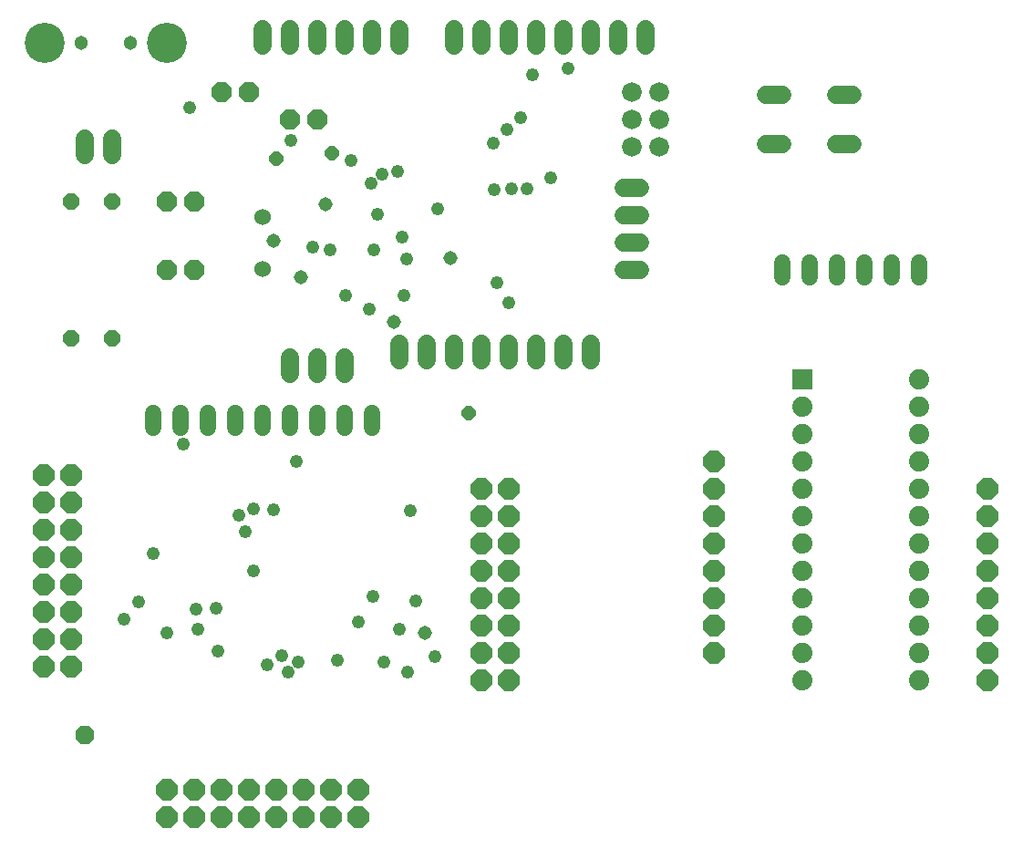
<source format=gbs>
G75*
%MOIN*%
%OFA0B0*%
%FSLAX25Y25*%
%IPPOS*%
%LPD*%
%AMOC8*
5,1,8,0,0,1.08239X$1,22.5*
%
%ADD10OC8,0.07800*%
%ADD11OC8,0.07100*%
%ADD12C,0.06000*%
%ADD13C,0.06800*%
%ADD14OC8,0.06800*%
%ADD15C,0.07200*%
%ADD16C,0.06000*%
%ADD17OC8,0.06000*%
%ADD18R,0.07400X0.07400*%
%ADD19C,0.07400*%
%ADD20C,0.14643*%
%ADD21C,0.05131*%
%ADD22C,0.04800*%
%ADD23C,0.05156*%
%ADD24OC8,0.05156*%
D10*
X0071800Y0016800D03*
X0081800Y0016800D03*
X0081800Y0026800D03*
X0071800Y0026800D03*
X0091800Y0026800D03*
X0101800Y0026800D03*
X0101800Y0016800D03*
X0091800Y0016800D03*
X0111800Y0016800D03*
X0121800Y0016800D03*
X0121800Y0026800D03*
X0111800Y0026800D03*
X0131800Y0026800D03*
X0141800Y0026800D03*
X0141800Y0016800D03*
X0131800Y0016800D03*
X0186800Y0066800D03*
X0186800Y0076800D03*
X0186800Y0086800D03*
X0186800Y0096800D03*
X0186800Y0106800D03*
X0186800Y0116800D03*
X0186800Y0126800D03*
X0186800Y0136800D03*
X0196800Y0136800D03*
X0196800Y0126800D03*
X0196800Y0116800D03*
X0196800Y0106800D03*
X0196800Y0096800D03*
X0196800Y0086800D03*
X0196800Y0076800D03*
X0196800Y0066800D03*
X0271800Y0076800D03*
X0271800Y0086800D03*
X0271800Y0096800D03*
X0271800Y0106800D03*
X0271800Y0116800D03*
X0271800Y0126800D03*
X0271800Y0136800D03*
X0271800Y0146800D03*
X0371800Y0136800D03*
X0371800Y0126800D03*
X0371800Y0116800D03*
X0371800Y0106800D03*
X0371800Y0096800D03*
X0371800Y0086800D03*
X0371800Y0076800D03*
X0371800Y0066800D03*
X0036800Y0071800D03*
X0036800Y0081800D03*
X0036800Y0091800D03*
X0036800Y0101800D03*
X0036800Y0111800D03*
X0036800Y0121800D03*
X0036800Y0131800D03*
X0036800Y0141800D03*
X0026800Y0141800D03*
X0026800Y0131800D03*
X0026800Y0121800D03*
X0026800Y0111800D03*
X0026800Y0101800D03*
X0026800Y0091800D03*
X0026800Y0081800D03*
X0026800Y0071800D03*
D11*
X0071800Y0216800D03*
X0081800Y0216800D03*
X0081800Y0241800D03*
X0071800Y0241800D03*
X0091800Y0281800D03*
X0101800Y0281800D03*
X0116800Y0271800D03*
X0126800Y0271800D03*
D12*
X0126800Y0164400D02*
X0126800Y0159200D01*
X0116800Y0159200D02*
X0116800Y0164400D01*
X0106800Y0164400D02*
X0106800Y0159200D01*
X0096800Y0159200D02*
X0096800Y0164400D01*
X0086800Y0164400D02*
X0086800Y0159200D01*
X0076800Y0159200D02*
X0076800Y0164400D01*
X0066800Y0164400D02*
X0066800Y0159200D01*
X0136800Y0159200D02*
X0136800Y0164400D01*
X0146800Y0164400D02*
X0146800Y0159200D01*
X0296800Y0214200D02*
X0296800Y0219400D01*
X0306800Y0219400D02*
X0306800Y0214200D01*
X0316800Y0214200D02*
X0316800Y0219400D01*
X0326800Y0219400D02*
X0326800Y0214200D01*
X0336800Y0214200D02*
X0336800Y0219400D01*
X0346800Y0219400D02*
X0346800Y0214200D01*
D13*
X0322600Y0262900D02*
X0316600Y0262900D01*
X0316600Y0280700D02*
X0322600Y0280700D01*
X0297000Y0280700D02*
X0291000Y0280700D01*
X0291000Y0262900D02*
X0297000Y0262900D01*
X0244800Y0246800D02*
X0238800Y0246800D01*
X0238800Y0236800D02*
X0244800Y0236800D01*
X0244800Y0226800D02*
X0238800Y0226800D01*
X0238800Y0216800D02*
X0244800Y0216800D01*
X0226800Y0189800D02*
X0226800Y0183800D01*
X0216800Y0183800D02*
X0216800Y0189800D01*
X0206800Y0189800D02*
X0206800Y0183800D01*
X0196800Y0183800D02*
X0196800Y0189800D01*
X0186800Y0189800D02*
X0186800Y0183800D01*
X0176800Y0183800D02*
X0176800Y0189800D01*
X0166800Y0189800D02*
X0166800Y0183800D01*
X0156800Y0183800D02*
X0156800Y0189800D01*
X0136800Y0184800D02*
X0136800Y0178800D01*
X0126800Y0178800D02*
X0126800Y0184800D01*
X0116800Y0184800D02*
X0116800Y0178800D01*
X0051800Y0258800D02*
X0051800Y0264800D01*
X0041800Y0264800D02*
X0041800Y0258800D01*
X0106800Y0298800D02*
X0106800Y0304800D01*
X0116800Y0304800D02*
X0116800Y0298800D01*
X0126800Y0298800D02*
X0126800Y0304800D01*
X0136800Y0304800D02*
X0136800Y0298800D01*
X0146800Y0298800D02*
X0146800Y0304800D01*
X0156800Y0304800D02*
X0156800Y0298800D01*
X0176800Y0298800D02*
X0176800Y0304800D01*
X0186800Y0304800D02*
X0186800Y0298800D01*
X0196800Y0298800D02*
X0196800Y0304800D01*
X0206800Y0304800D02*
X0206800Y0298800D01*
X0216800Y0298800D02*
X0216800Y0304800D01*
X0226800Y0304800D02*
X0226800Y0298800D01*
X0236800Y0298800D02*
X0236800Y0304800D01*
X0246800Y0304800D02*
X0246800Y0298800D01*
D14*
X0041800Y0046800D03*
D15*
X0241800Y0261800D03*
X0241800Y0271800D03*
X0241800Y0281800D03*
X0251800Y0281800D03*
X0251800Y0271800D03*
X0251800Y0261800D03*
D16*
X0106800Y0236300D03*
X0106800Y0217300D03*
D17*
X0051800Y0241800D03*
X0036800Y0241800D03*
X0036800Y0191800D03*
X0051800Y0191800D03*
D18*
X0304300Y0176800D03*
D19*
X0304300Y0166800D03*
X0304300Y0156800D03*
X0304300Y0146800D03*
X0304300Y0136800D03*
X0304300Y0126800D03*
X0304300Y0116800D03*
X0304300Y0106800D03*
X0304300Y0096800D03*
X0304300Y0086800D03*
X0304300Y0076800D03*
X0304300Y0066800D03*
X0346800Y0066800D03*
X0346800Y0076800D03*
X0346800Y0086800D03*
X0346800Y0096800D03*
X0346800Y0106800D03*
X0346800Y0116800D03*
X0346800Y0126800D03*
X0346800Y0136800D03*
X0346800Y0146800D03*
X0346800Y0156800D03*
X0346800Y0166800D03*
X0346800Y0176800D03*
D20*
X0072041Y0299800D03*
X0027159Y0299800D03*
D21*
X0040742Y0299800D03*
X0058458Y0299800D03*
D22*
X0080200Y0276125D03*
X0117425Y0264300D03*
X0139100Y0257000D03*
X0146725Y0248575D03*
X0150550Y0251850D03*
X0156150Y0252875D03*
X0148925Y0237325D03*
X0158025Y0228825D03*
X0159650Y0220925D03*
X0147725Y0224275D03*
X0131625Y0224300D03*
X0125225Y0225300D03*
X0137425Y0207425D03*
X0145950Y0202475D03*
X0158675Y0207425D03*
X0170900Y0239300D03*
X0191575Y0246175D03*
X0197775Y0246375D03*
X0203575Y0246375D03*
X0212400Y0250625D03*
X0196175Y0268050D03*
X0201375Y0272450D03*
X0191175Y0263050D03*
X0205750Y0288150D03*
X0218675Y0290550D03*
X0192650Y0212150D03*
X0196800Y0204925D03*
X0119300Y0146800D03*
X0110900Y0129225D03*
X0103500Y0129425D03*
X0098300Y0127200D03*
X0100550Y0121175D03*
X0103650Y0106800D03*
X0089950Y0093050D03*
X0082700Y0092850D03*
X0083150Y0085550D03*
X0071800Y0084150D03*
X0061450Y0095550D03*
X0056200Y0089100D03*
X0066850Y0113050D03*
X0090550Y0077425D03*
X0108450Y0072675D03*
X0113850Y0075925D03*
X0116200Y0069925D03*
X0119950Y0073675D03*
X0134250Y0074075D03*
X0142050Y0088050D03*
X0147200Y0097550D03*
X0156975Y0085575D03*
X0162775Y0095975D03*
X0169975Y0075675D03*
X0160025Y0069725D03*
X0151425Y0073475D03*
X0161025Y0128975D03*
X0078050Y0153050D03*
D23*
X0120800Y0214200D03*
X0110800Y0227600D03*
X0129800Y0241000D03*
X0155000Y0198000D03*
X0175600Y0221200D03*
X0166200Y0084200D03*
D24*
X0182400Y0164600D03*
X0111800Y0257600D03*
X0132200Y0259600D03*
M02*

</source>
